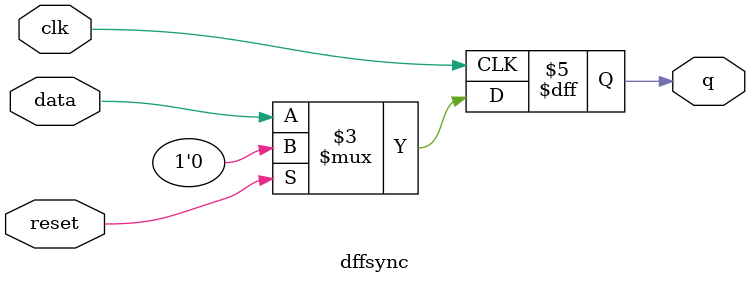
<source format=v>
module dffsync(clk,q,data,reset);
  input clk,reset,data;
  output reg q;
  always@(posedge clk)
  begin
    if (reset)
      q<=0;
    else
    q<=data;
  end
endmodule

</source>
